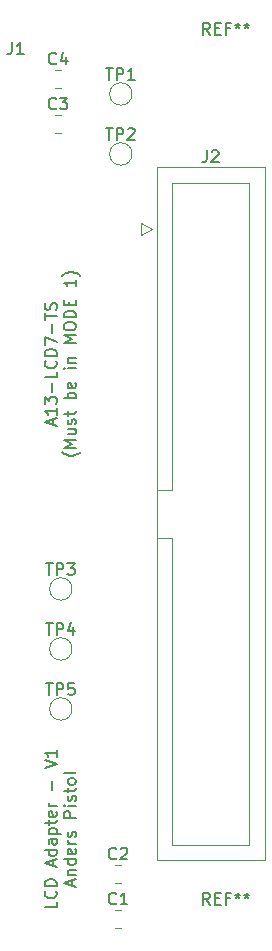
<source format=gbr>
%TF.GenerationSoftware,KiCad,Pcbnew,6.0.3*%
%TF.CreationDate,2022-03-22T19:26:19+01:00*%
%TF.ProjectId,lcdbrd,6c636462-7264-42e6-9b69-6361645f7063,rev?*%
%TF.SameCoordinates,Original*%
%TF.FileFunction,Legend,Top*%
%TF.FilePolarity,Positive*%
%FSLAX46Y46*%
G04 Gerber Fmt 4.6, Leading zero omitted, Abs format (unit mm)*
G04 Created by KiCad (PCBNEW 6.0.3) date 2022-03-22 19:26:19*
%MOMM*%
%LPD*%
G01*
G04 APERTURE LIST*
%ADD10C,0.150000*%
%ADD11C,0.120000*%
G04 APERTURE END LIST*
D10*
X84737380Y-120466666D02*
X84737380Y-120942857D01*
X83737380Y-120942857D01*
X84642142Y-119561904D02*
X84689761Y-119609523D01*
X84737380Y-119752380D01*
X84737380Y-119847619D01*
X84689761Y-119990476D01*
X84594523Y-120085714D01*
X84499285Y-120133333D01*
X84308809Y-120180952D01*
X84165952Y-120180952D01*
X83975476Y-120133333D01*
X83880238Y-120085714D01*
X83785000Y-119990476D01*
X83737380Y-119847619D01*
X83737380Y-119752380D01*
X83785000Y-119609523D01*
X83832619Y-119561904D01*
X84737380Y-119133333D02*
X83737380Y-119133333D01*
X83737380Y-118895238D01*
X83785000Y-118752380D01*
X83880238Y-118657142D01*
X83975476Y-118609523D01*
X84165952Y-118561904D01*
X84308809Y-118561904D01*
X84499285Y-118609523D01*
X84594523Y-118657142D01*
X84689761Y-118752380D01*
X84737380Y-118895238D01*
X84737380Y-119133333D01*
X84451666Y-117419047D02*
X84451666Y-116942857D01*
X84737380Y-117514285D02*
X83737380Y-117180952D01*
X84737380Y-116847619D01*
X84737380Y-116085714D02*
X83737380Y-116085714D01*
X84689761Y-116085714D02*
X84737380Y-116180952D01*
X84737380Y-116371428D01*
X84689761Y-116466666D01*
X84642142Y-116514285D01*
X84546904Y-116561904D01*
X84261190Y-116561904D01*
X84165952Y-116514285D01*
X84118333Y-116466666D01*
X84070714Y-116371428D01*
X84070714Y-116180952D01*
X84118333Y-116085714D01*
X84737380Y-115180952D02*
X84213571Y-115180952D01*
X84118333Y-115228571D01*
X84070714Y-115323809D01*
X84070714Y-115514285D01*
X84118333Y-115609523D01*
X84689761Y-115180952D02*
X84737380Y-115276190D01*
X84737380Y-115514285D01*
X84689761Y-115609523D01*
X84594523Y-115657142D01*
X84499285Y-115657142D01*
X84404047Y-115609523D01*
X84356428Y-115514285D01*
X84356428Y-115276190D01*
X84308809Y-115180952D01*
X84070714Y-114704761D02*
X85070714Y-114704761D01*
X84118333Y-114704761D02*
X84070714Y-114609523D01*
X84070714Y-114419047D01*
X84118333Y-114323809D01*
X84165952Y-114276190D01*
X84261190Y-114228571D01*
X84546904Y-114228571D01*
X84642142Y-114276190D01*
X84689761Y-114323809D01*
X84737380Y-114419047D01*
X84737380Y-114609523D01*
X84689761Y-114704761D01*
X84070714Y-113942857D02*
X84070714Y-113561904D01*
X83737380Y-113800000D02*
X84594523Y-113800000D01*
X84689761Y-113752380D01*
X84737380Y-113657142D01*
X84737380Y-113561904D01*
X84689761Y-112847619D02*
X84737380Y-112942857D01*
X84737380Y-113133333D01*
X84689761Y-113228571D01*
X84594523Y-113276190D01*
X84213571Y-113276190D01*
X84118333Y-113228571D01*
X84070714Y-113133333D01*
X84070714Y-112942857D01*
X84118333Y-112847619D01*
X84213571Y-112800000D01*
X84308809Y-112800000D01*
X84404047Y-113276190D01*
X84737380Y-112371428D02*
X84070714Y-112371428D01*
X84261190Y-112371428D02*
X84165952Y-112323809D01*
X84118333Y-112276190D01*
X84070714Y-112180952D01*
X84070714Y-112085714D01*
X84356428Y-110990476D02*
X84356428Y-110228571D01*
X83737380Y-109133333D02*
X84737380Y-108800000D01*
X83737380Y-108466666D01*
X84737380Y-107609523D02*
X84737380Y-108180952D01*
X84737380Y-107895238D02*
X83737380Y-107895238D01*
X83880238Y-107990476D01*
X83975476Y-108085714D01*
X84023095Y-108180952D01*
X86061666Y-119109523D02*
X86061666Y-118633333D01*
X86347380Y-119204761D02*
X85347380Y-118871428D01*
X86347380Y-118538095D01*
X85680714Y-118204761D02*
X86347380Y-118204761D01*
X85775952Y-118204761D02*
X85728333Y-118157142D01*
X85680714Y-118061904D01*
X85680714Y-117919047D01*
X85728333Y-117823809D01*
X85823571Y-117776190D01*
X86347380Y-117776190D01*
X86347380Y-116871428D02*
X85347380Y-116871428D01*
X86299761Y-116871428D02*
X86347380Y-116966666D01*
X86347380Y-117157142D01*
X86299761Y-117252380D01*
X86252142Y-117300000D01*
X86156904Y-117347619D01*
X85871190Y-117347619D01*
X85775952Y-117300000D01*
X85728333Y-117252380D01*
X85680714Y-117157142D01*
X85680714Y-116966666D01*
X85728333Y-116871428D01*
X86299761Y-116014285D02*
X86347380Y-116109523D01*
X86347380Y-116300000D01*
X86299761Y-116395238D01*
X86204523Y-116442857D01*
X85823571Y-116442857D01*
X85728333Y-116395238D01*
X85680714Y-116300000D01*
X85680714Y-116109523D01*
X85728333Y-116014285D01*
X85823571Y-115966666D01*
X85918809Y-115966666D01*
X86014047Y-116442857D01*
X86347380Y-115538095D02*
X85680714Y-115538095D01*
X85871190Y-115538095D02*
X85775952Y-115490476D01*
X85728333Y-115442857D01*
X85680714Y-115347619D01*
X85680714Y-115252380D01*
X86299761Y-114966666D02*
X86347380Y-114871428D01*
X86347380Y-114680952D01*
X86299761Y-114585714D01*
X86204523Y-114538095D01*
X86156904Y-114538095D01*
X86061666Y-114585714D01*
X86014047Y-114680952D01*
X86014047Y-114823809D01*
X85966428Y-114919047D01*
X85871190Y-114966666D01*
X85823571Y-114966666D01*
X85728333Y-114919047D01*
X85680714Y-114823809D01*
X85680714Y-114680952D01*
X85728333Y-114585714D01*
X86347380Y-113347619D02*
X85347380Y-113347619D01*
X85347380Y-112966666D01*
X85395000Y-112871428D01*
X85442619Y-112823809D01*
X85537857Y-112776190D01*
X85680714Y-112776190D01*
X85775952Y-112823809D01*
X85823571Y-112871428D01*
X85871190Y-112966666D01*
X85871190Y-113347619D01*
X86347380Y-112347619D02*
X85680714Y-112347619D01*
X85347380Y-112347619D02*
X85395000Y-112395238D01*
X85442619Y-112347619D01*
X85395000Y-112300000D01*
X85347380Y-112347619D01*
X85442619Y-112347619D01*
X86299761Y-111919047D02*
X86347380Y-111823809D01*
X86347380Y-111633333D01*
X86299761Y-111538095D01*
X86204523Y-111490476D01*
X86156904Y-111490476D01*
X86061666Y-111538095D01*
X86014047Y-111633333D01*
X86014047Y-111776190D01*
X85966428Y-111871428D01*
X85871190Y-111919047D01*
X85823571Y-111919047D01*
X85728333Y-111871428D01*
X85680714Y-111776190D01*
X85680714Y-111633333D01*
X85728333Y-111538095D01*
X85680714Y-111204761D02*
X85680714Y-110823809D01*
X85347380Y-111061904D02*
X86204523Y-111061904D01*
X86299761Y-111014285D01*
X86347380Y-110919047D01*
X86347380Y-110823809D01*
X86347380Y-110347619D02*
X86299761Y-110442857D01*
X86252142Y-110490476D01*
X86156904Y-110538095D01*
X85871190Y-110538095D01*
X85775952Y-110490476D01*
X85728333Y-110442857D01*
X85680714Y-110347619D01*
X85680714Y-110204761D01*
X85728333Y-110109523D01*
X85775952Y-110061904D01*
X85871190Y-110014285D01*
X86156904Y-110014285D01*
X86252142Y-110061904D01*
X86299761Y-110109523D01*
X86347380Y-110204761D01*
X86347380Y-110347619D01*
X86347380Y-109442857D02*
X86299761Y-109538095D01*
X86204523Y-109585714D01*
X85347380Y-109585714D01*
X84451666Y-80096666D02*
X84451666Y-79620476D01*
X84737380Y-80191904D02*
X83737380Y-79858571D01*
X84737380Y-79525238D01*
X84737380Y-78668095D02*
X84737380Y-79239523D01*
X84737380Y-78953809D02*
X83737380Y-78953809D01*
X83880238Y-79049047D01*
X83975476Y-79144285D01*
X84023095Y-79239523D01*
X83737380Y-78334761D02*
X83737380Y-77715714D01*
X84118333Y-78049047D01*
X84118333Y-77906190D01*
X84165952Y-77810952D01*
X84213571Y-77763333D01*
X84308809Y-77715714D01*
X84546904Y-77715714D01*
X84642142Y-77763333D01*
X84689761Y-77810952D01*
X84737380Y-77906190D01*
X84737380Y-78191904D01*
X84689761Y-78287142D01*
X84642142Y-78334761D01*
X84356428Y-77287142D02*
X84356428Y-76525238D01*
X84737380Y-75572857D02*
X84737380Y-76049047D01*
X83737380Y-76049047D01*
X84642142Y-74668095D02*
X84689761Y-74715714D01*
X84737380Y-74858571D01*
X84737380Y-74953809D01*
X84689761Y-75096666D01*
X84594523Y-75191904D01*
X84499285Y-75239523D01*
X84308809Y-75287142D01*
X84165952Y-75287142D01*
X83975476Y-75239523D01*
X83880238Y-75191904D01*
X83785000Y-75096666D01*
X83737380Y-74953809D01*
X83737380Y-74858571D01*
X83785000Y-74715714D01*
X83832619Y-74668095D01*
X84737380Y-74239523D02*
X83737380Y-74239523D01*
X83737380Y-74001428D01*
X83785000Y-73858571D01*
X83880238Y-73763333D01*
X83975476Y-73715714D01*
X84165952Y-73668095D01*
X84308809Y-73668095D01*
X84499285Y-73715714D01*
X84594523Y-73763333D01*
X84689761Y-73858571D01*
X84737380Y-74001428D01*
X84737380Y-74239523D01*
X83737380Y-73334761D02*
X83737380Y-72668095D01*
X84737380Y-73096666D01*
X84356428Y-72287142D02*
X84356428Y-71525238D01*
X83737380Y-71191904D02*
X83737380Y-70620476D01*
X84737380Y-70906190D02*
X83737380Y-70906190D01*
X84689761Y-70334761D02*
X84737380Y-70191904D01*
X84737380Y-69953809D01*
X84689761Y-69858571D01*
X84642142Y-69810952D01*
X84546904Y-69763333D01*
X84451666Y-69763333D01*
X84356428Y-69810952D01*
X84308809Y-69858571D01*
X84261190Y-69953809D01*
X84213571Y-70144285D01*
X84165952Y-70239523D01*
X84118333Y-70287142D01*
X84023095Y-70334761D01*
X83927857Y-70334761D01*
X83832619Y-70287142D01*
X83785000Y-70239523D01*
X83737380Y-70144285D01*
X83737380Y-69906190D01*
X83785000Y-69763333D01*
X86728333Y-82406190D02*
X86680714Y-82453809D01*
X86537857Y-82549047D01*
X86442619Y-82596666D01*
X86299761Y-82644285D01*
X86061666Y-82691904D01*
X85871190Y-82691904D01*
X85633095Y-82644285D01*
X85490238Y-82596666D01*
X85395000Y-82549047D01*
X85252142Y-82453809D01*
X85204523Y-82406190D01*
X86347380Y-82025238D02*
X85347380Y-82025238D01*
X86061666Y-81691904D01*
X85347380Y-81358571D01*
X86347380Y-81358571D01*
X85680714Y-80453809D02*
X86347380Y-80453809D01*
X85680714Y-80882380D02*
X86204523Y-80882380D01*
X86299761Y-80834761D01*
X86347380Y-80739523D01*
X86347380Y-80596666D01*
X86299761Y-80501428D01*
X86252142Y-80453809D01*
X86299761Y-80025238D02*
X86347380Y-79930000D01*
X86347380Y-79739523D01*
X86299761Y-79644285D01*
X86204523Y-79596666D01*
X86156904Y-79596666D01*
X86061666Y-79644285D01*
X86014047Y-79739523D01*
X86014047Y-79882380D01*
X85966428Y-79977619D01*
X85871190Y-80025238D01*
X85823571Y-80025238D01*
X85728333Y-79977619D01*
X85680714Y-79882380D01*
X85680714Y-79739523D01*
X85728333Y-79644285D01*
X85680714Y-79310952D02*
X85680714Y-78930000D01*
X85347380Y-79168095D02*
X86204523Y-79168095D01*
X86299761Y-79120476D01*
X86347380Y-79025238D01*
X86347380Y-78930000D01*
X86347380Y-77834761D02*
X85347380Y-77834761D01*
X85728333Y-77834761D02*
X85680714Y-77739523D01*
X85680714Y-77549047D01*
X85728333Y-77453809D01*
X85775952Y-77406190D01*
X85871190Y-77358571D01*
X86156904Y-77358571D01*
X86252142Y-77406190D01*
X86299761Y-77453809D01*
X86347380Y-77549047D01*
X86347380Y-77739523D01*
X86299761Y-77834761D01*
X86299761Y-76549047D02*
X86347380Y-76644285D01*
X86347380Y-76834761D01*
X86299761Y-76930000D01*
X86204523Y-76977619D01*
X85823571Y-76977619D01*
X85728333Y-76930000D01*
X85680714Y-76834761D01*
X85680714Y-76644285D01*
X85728333Y-76549047D01*
X85823571Y-76501428D01*
X85918809Y-76501428D01*
X86014047Y-76977619D01*
X86347380Y-75310952D02*
X85680714Y-75310952D01*
X85347380Y-75310952D02*
X85395000Y-75358571D01*
X85442619Y-75310952D01*
X85395000Y-75263333D01*
X85347380Y-75310952D01*
X85442619Y-75310952D01*
X85680714Y-74834761D02*
X86347380Y-74834761D01*
X85775952Y-74834761D02*
X85728333Y-74787142D01*
X85680714Y-74691904D01*
X85680714Y-74549047D01*
X85728333Y-74453809D01*
X85823571Y-74406190D01*
X86347380Y-74406190D01*
X86347380Y-73168095D02*
X85347380Y-73168095D01*
X86061666Y-72834761D01*
X85347380Y-72501428D01*
X86347380Y-72501428D01*
X85347380Y-71834761D02*
X85347380Y-71644285D01*
X85395000Y-71549047D01*
X85490238Y-71453809D01*
X85680714Y-71406190D01*
X86014047Y-71406190D01*
X86204523Y-71453809D01*
X86299761Y-71549047D01*
X86347380Y-71644285D01*
X86347380Y-71834761D01*
X86299761Y-71930000D01*
X86204523Y-72025238D01*
X86014047Y-72072857D01*
X85680714Y-72072857D01*
X85490238Y-72025238D01*
X85395000Y-71930000D01*
X85347380Y-71834761D01*
X86347380Y-70977619D02*
X85347380Y-70977619D01*
X85347380Y-70739523D01*
X85395000Y-70596666D01*
X85490238Y-70501428D01*
X85585476Y-70453809D01*
X85775952Y-70406190D01*
X85918809Y-70406190D01*
X86109285Y-70453809D01*
X86204523Y-70501428D01*
X86299761Y-70596666D01*
X86347380Y-70739523D01*
X86347380Y-70977619D01*
X85823571Y-69977619D02*
X85823571Y-69644285D01*
X86347380Y-69501428D02*
X86347380Y-69977619D01*
X85347380Y-69977619D01*
X85347380Y-69501428D01*
X86347380Y-67787142D02*
X86347380Y-68358571D01*
X86347380Y-68072857D02*
X85347380Y-68072857D01*
X85490238Y-68168095D01*
X85585476Y-68263333D01*
X85633095Y-68358571D01*
X86728333Y-67453809D02*
X86680714Y-67406190D01*
X86537857Y-67310952D01*
X86442619Y-67263333D01*
X86299761Y-67215714D01*
X86061666Y-67168095D01*
X85871190Y-67168095D01*
X85633095Y-67215714D01*
X85490238Y-67263333D01*
X85395000Y-67310952D01*
X85252142Y-67406190D01*
X85204523Y-67453809D01*
%TO.C,C4*%
X84690833Y-49477142D02*
X84643214Y-49524761D01*
X84500357Y-49572380D01*
X84405119Y-49572380D01*
X84262261Y-49524761D01*
X84167023Y-49429523D01*
X84119404Y-49334285D01*
X84071785Y-49143809D01*
X84071785Y-49000952D01*
X84119404Y-48810476D01*
X84167023Y-48715238D01*
X84262261Y-48620000D01*
X84405119Y-48572380D01*
X84500357Y-48572380D01*
X84643214Y-48620000D01*
X84690833Y-48667619D01*
X85547976Y-48905714D02*
X85547976Y-49572380D01*
X85309880Y-48524761D02*
X85071785Y-49239047D01*
X85690833Y-49239047D01*
%TO.C,TP3*%
X83828095Y-91784380D02*
X84399523Y-91784380D01*
X84113809Y-92784380D02*
X84113809Y-91784380D01*
X84732857Y-92784380D02*
X84732857Y-91784380D01*
X85113809Y-91784380D01*
X85209047Y-91832000D01*
X85256666Y-91879619D01*
X85304285Y-91974857D01*
X85304285Y-92117714D01*
X85256666Y-92212952D01*
X85209047Y-92260571D01*
X85113809Y-92308190D01*
X84732857Y-92308190D01*
X85637619Y-91784380D02*
X86256666Y-91784380D01*
X85923333Y-92165333D01*
X86066190Y-92165333D01*
X86161428Y-92212952D01*
X86209047Y-92260571D01*
X86256666Y-92355809D01*
X86256666Y-92593904D01*
X86209047Y-92689142D01*
X86161428Y-92736761D01*
X86066190Y-92784380D01*
X85780476Y-92784380D01*
X85685238Y-92736761D01*
X85637619Y-92689142D01*
%TO.C,TP1*%
X88908095Y-49874380D02*
X89479523Y-49874380D01*
X89193809Y-50874380D02*
X89193809Y-49874380D01*
X89812857Y-50874380D02*
X89812857Y-49874380D01*
X90193809Y-49874380D01*
X90289047Y-49922000D01*
X90336666Y-49969619D01*
X90384285Y-50064857D01*
X90384285Y-50207714D01*
X90336666Y-50302952D01*
X90289047Y-50350571D01*
X90193809Y-50398190D01*
X89812857Y-50398190D01*
X91336666Y-50874380D02*
X90765238Y-50874380D01*
X91050952Y-50874380D02*
X91050952Y-49874380D01*
X90955714Y-50017238D01*
X90860476Y-50112476D01*
X90765238Y-50160095D01*
%TO.C,J2*%
X97456666Y-56852380D02*
X97456666Y-57566666D01*
X97409047Y-57709523D01*
X97313809Y-57804761D01*
X97170952Y-57852380D01*
X97075714Y-57852380D01*
X97885238Y-56947619D02*
X97932857Y-56900000D01*
X98028095Y-56852380D01*
X98266190Y-56852380D01*
X98361428Y-56900000D01*
X98409047Y-56947619D01*
X98456666Y-57042857D01*
X98456666Y-57138095D01*
X98409047Y-57280952D01*
X97837619Y-57852380D01*
X98456666Y-57852380D01*
%TO.C,REF\u002A\u002A*%
X97726666Y-120712380D02*
X97393333Y-120236190D01*
X97155238Y-120712380D02*
X97155238Y-119712380D01*
X97536190Y-119712380D01*
X97631428Y-119760000D01*
X97679047Y-119807619D01*
X97726666Y-119902857D01*
X97726666Y-120045714D01*
X97679047Y-120140952D01*
X97631428Y-120188571D01*
X97536190Y-120236190D01*
X97155238Y-120236190D01*
X98155238Y-120188571D02*
X98488571Y-120188571D01*
X98631428Y-120712380D02*
X98155238Y-120712380D01*
X98155238Y-119712380D01*
X98631428Y-119712380D01*
X99393333Y-120188571D02*
X99060000Y-120188571D01*
X99060000Y-120712380D02*
X99060000Y-119712380D01*
X99536190Y-119712380D01*
X100060000Y-119712380D02*
X100060000Y-119950476D01*
X99821904Y-119855238D02*
X100060000Y-119950476D01*
X100298095Y-119855238D01*
X99917142Y-120140952D02*
X100060000Y-119950476D01*
X100202857Y-120140952D01*
X100821904Y-119712380D02*
X100821904Y-119950476D01*
X100583809Y-119855238D02*
X100821904Y-119950476D01*
X101060000Y-119855238D01*
X100679047Y-120140952D02*
X100821904Y-119950476D01*
X100964761Y-120140952D01*
%TO.C,C3*%
X84690833Y-53287142D02*
X84643214Y-53334761D01*
X84500357Y-53382380D01*
X84405119Y-53382380D01*
X84262261Y-53334761D01*
X84167023Y-53239523D01*
X84119404Y-53144285D01*
X84071785Y-52953809D01*
X84071785Y-52810952D01*
X84119404Y-52620476D01*
X84167023Y-52525238D01*
X84262261Y-52430000D01*
X84405119Y-52382380D01*
X84500357Y-52382380D01*
X84643214Y-52430000D01*
X84690833Y-52477619D01*
X85024166Y-52382380D02*
X85643214Y-52382380D01*
X85309880Y-52763333D01*
X85452738Y-52763333D01*
X85547976Y-52810952D01*
X85595595Y-52858571D01*
X85643214Y-52953809D01*
X85643214Y-53191904D01*
X85595595Y-53287142D01*
X85547976Y-53334761D01*
X85452738Y-53382380D01*
X85167023Y-53382380D01*
X85071785Y-53334761D01*
X85024166Y-53287142D01*
%TO.C,C1*%
X89770833Y-120597142D02*
X89723214Y-120644761D01*
X89580357Y-120692380D01*
X89485119Y-120692380D01*
X89342261Y-120644761D01*
X89247023Y-120549523D01*
X89199404Y-120454285D01*
X89151785Y-120263809D01*
X89151785Y-120120952D01*
X89199404Y-119930476D01*
X89247023Y-119835238D01*
X89342261Y-119740000D01*
X89485119Y-119692380D01*
X89580357Y-119692380D01*
X89723214Y-119740000D01*
X89770833Y-119787619D01*
X90723214Y-120692380D02*
X90151785Y-120692380D01*
X90437500Y-120692380D02*
X90437500Y-119692380D01*
X90342261Y-119835238D01*
X90247023Y-119930476D01*
X90151785Y-119978095D01*
%TO.C,TP5*%
X83828095Y-101944380D02*
X84399523Y-101944380D01*
X84113809Y-102944380D02*
X84113809Y-101944380D01*
X84732857Y-102944380D02*
X84732857Y-101944380D01*
X85113809Y-101944380D01*
X85209047Y-101992000D01*
X85256666Y-102039619D01*
X85304285Y-102134857D01*
X85304285Y-102277714D01*
X85256666Y-102372952D01*
X85209047Y-102420571D01*
X85113809Y-102468190D01*
X84732857Y-102468190D01*
X86209047Y-101944380D02*
X85732857Y-101944380D01*
X85685238Y-102420571D01*
X85732857Y-102372952D01*
X85828095Y-102325333D01*
X86066190Y-102325333D01*
X86161428Y-102372952D01*
X86209047Y-102420571D01*
X86256666Y-102515809D01*
X86256666Y-102753904D01*
X86209047Y-102849142D01*
X86161428Y-102896761D01*
X86066190Y-102944380D01*
X85828095Y-102944380D01*
X85732857Y-102896761D01*
X85685238Y-102849142D01*
%TO.C,REF\u002A\u002A*%
X97726666Y-47052380D02*
X97393333Y-46576190D01*
X97155238Y-47052380D02*
X97155238Y-46052380D01*
X97536190Y-46052380D01*
X97631428Y-46100000D01*
X97679047Y-46147619D01*
X97726666Y-46242857D01*
X97726666Y-46385714D01*
X97679047Y-46480952D01*
X97631428Y-46528571D01*
X97536190Y-46576190D01*
X97155238Y-46576190D01*
X98155238Y-46528571D02*
X98488571Y-46528571D01*
X98631428Y-47052380D02*
X98155238Y-47052380D01*
X98155238Y-46052380D01*
X98631428Y-46052380D01*
X99393333Y-46528571D02*
X99060000Y-46528571D01*
X99060000Y-47052380D02*
X99060000Y-46052380D01*
X99536190Y-46052380D01*
X100060000Y-46052380D02*
X100060000Y-46290476D01*
X99821904Y-46195238D02*
X100060000Y-46290476D01*
X100298095Y-46195238D01*
X99917142Y-46480952D02*
X100060000Y-46290476D01*
X100202857Y-46480952D01*
X100821904Y-46052380D02*
X100821904Y-46290476D01*
X100583809Y-46195238D02*
X100821904Y-46290476D01*
X101060000Y-46195238D01*
X100679047Y-46480952D02*
X100821904Y-46290476D01*
X100964761Y-46480952D01*
%TO.C,C2*%
X89770833Y-116787142D02*
X89723214Y-116834761D01*
X89580357Y-116882380D01*
X89485119Y-116882380D01*
X89342261Y-116834761D01*
X89247023Y-116739523D01*
X89199404Y-116644285D01*
X89151785Y-116453809D01*
X89151785Y-116310952D01*
X89199404Y-116120476D01*
X89247023Y-116025238D01*
X89342261Y-115930000D01*
X89485119Y-115882380D01*
X89580357Y-115882380D01*
X89723214Y-115930000D01*
X89770833Y-115977619D01*
X90151785Y-115977619D02*
X90199404Y-115930000D01*
X90294642Y-115882380D01*
X90532738Y-115882380D01*
X90627976Y-115930000D01*
X90675595Y-115977619D01*
X90723214Y-116072857D01*
X90723214Y-116168095D01*
X90675595Y-116310952D01*
X90104166Y-116882380D01*
X90723214Y-116882380D01*
%TO.C,TP4*%
X83828095Y-96864380D02*
X84399523Y-96864380D01*
X84113809Y-97864380D02*
X84113809Y-96864380D01*
X84732857Y-97864380D02*
X84732857Y-96864380D01*
X85113809Y-96864380D01*
X85209047Y-96912000D01*
X85256666Y-96959619D01*
X85304285Y-97054857D01*
X85304285Y-97197714D01*
X85256666Y-97292952D01*
X85209047Y-97340571D01*
X85113809Y-97388190D01*
X84732857Y-97388190D01*
X86161428Y-97197714D02*
X86161428Y-97864380D01*
X85923333Y-96816761D02*
X85685238Y-97531047D01*
X86304285Y-97531047D01*
%TO.C,TP2*%
X88908095Y-54954380D02*
X89479523Y-54954380D01*
X89193809Y-55954380D02*
X89193809Y-54954380D01*
X89812857Y-55954380D02*
X89812857Y-54954380D01*
X90193809Y-54954380D01*
X90289047Y-55002000D01*
X90336666Y-55049619D01*
X90384285Y-55144857D01*
X90384285Y-55287714D01*
X90336666Y-55382952D01*
X90289047Y-55430571D01*
X90193809Y-55478190D01*
X89812857Y-55478190D01*
X90765238Y-55049619D02*
X90812857Y-55002000D01*
X90908095Y-54954380D01*
X91146190Y-54954380D01*
X91241428Y-55002000D01*
X91289047Y-55049619D01*
X91336666Y-55144857D01*
X91336666Y-55240095D01*
X91289047Y-55382952D01*
X90717619Y-55954380D01*
X91336666Y-55954380D01*
%TO.C,J1*%
X80946666Y-47712380D02*
X80946666Y-48426666D01*
X80899047Y-48569523D01*
X80803809Y-48664761D01*
X80660952Y-48712380D01*
X80565714Y-48712380D01*
X81946666Y-48712380D02*
X81375238Y-48712380D01*
X81660952Y-48712380D02*
X81660952Y-47712380D01*
X81565714Y-47855238D01*
X81470476Y-47950476D01*
X81375238Y-47998095D01*
D11*
%TO.C,C4*%
X84596248Y-50065000D02*
X85118752Y-50065000D01*
X84596248Y-51535000D02*
X85118752Y-51535000D01*
%TO.C,TP3*%
X86040000Y-93980000D02*
G75*
G03*
X86040000Y-93980000I-950000J0D01*
G01*
%TO.C,TP1*%
X91120000Y-52070000D02*
G75*
G03*
X91120000Y-52070000I-950000J0D01*
G01*
%TO.C,J2*%
X94540000Y-85580000D02*
X94540000Y-59590000D01*
X101040000Y-59590000D02*
X101040000Y-115670000D01*
X94540000Y-59590000D02*
X101040000Y-59590000D01*
X91840000Y-64000000D02*
X92840000Y-63500000D01*
X94540000Y-89680000D02*
X94540000Y-89680000D01*
X102350000Y-116970000D02*
X93230000Y-116970000D01*
X93230000Y-85580000D02*
X94540000Y-85580000D01*
X92840000Y-63500000D02*
X91840000Y-63000000D01*
X91840000Y-63000000D02*
X91840000Y-64000000D01*
X93230000Y-58290000D02*
X102350000Y-58290000D01*
X102350000Y-58290000D02*
X102350000Y-116970000D01*
X93230000Y-116970000D02*
X93230000Y-58290000D01*
X94540000Y-115670000D02*
X94540000Y-89680000D01*
X101040000Y-115670000D02*
X94540000Y-115670000D01*
X94540000Y-89680000D02*
X93230000Y-89680000D01*
%TO.C,C3*%
X84596248Y-55345000D02*
X85118752Y-55345000D01*
X84596248Y-53875000D02*
X85118752Y-53875000D01*
%TO.C,C1*%
X89676248Y-122655000D02*
X90198752Y-122655000D01*
X89676248Y-121185000D02*
X90198752Y-121185000D01*
%TO.C,TP5*%
X86040000Y-104140000D02*
G75*
G03*
X86040000Y-104140000I-950000J0D01*
G01*
%TO.C,C2*%
X89676248Y-117375000D02*
X90198752Y-117375000D01*
X89676248Y-118845000D02*
X90198752Y-118845000D01*
%TO.C,TP4*%
X86040000Y-99060000D02*
G75*
G03*
X86040000Y-99060000I-950000J0D01*
G01*
%TO.C,TP2*%
X91120000Y-57150000D02*
G75*
G03*
X91120000Y-57150000I-950000J0D01*
G01*
%TD*%
M02*

</source>
